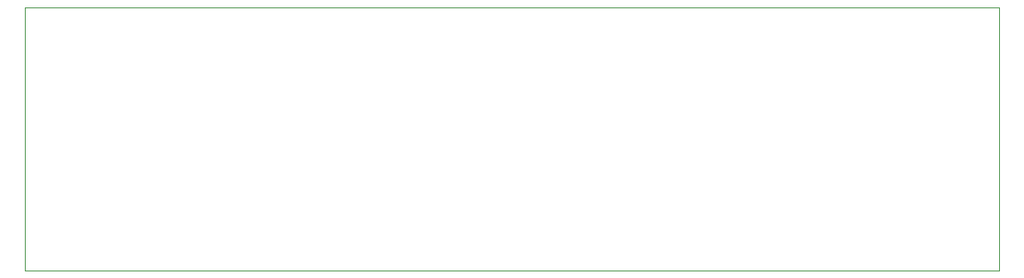
<source format=gbr>
%TF.GenerationSoftware,KiCad,Pcbnew,(6.0.9)*%
%TF.CreationDate,2023-04-01T14:39:57-08:00*%
%TF.ProjectId,LEFT CIRCUIT BREAKER,4c454654-2043-4495-9243-554954204252,1*%
%TF.SameCoordinates,Original*%
%TF.FileFunction,Profile,NP*%
%FSLAX46Y46*%
G04 Gerber Fmt 4.6, Leading zero omitted, Abs format (unit mm)*
G04 Created by KiCad (PCBNEW (6.0.9)) date 2023-04-01 14:39:57*
%MOMM*%
%LPD*%
G01*
G04 APERTURE LIST*
%TA.AperFunction,Profile*%
%ADD10C,0.100000*%
%TD*%
G04 APERTURE END LIST*
D10*
X11978840Y14475720D02*
X111478840Y14475720D01*
X111478840Y14475720D02*
X111478840Y-12524280D01*
X111478840Y-12524280D02*
X11978840Y-12524280D01*
X11978840Y-12524280D02*
X11978840Y14475720D01*
M02*

</source>
